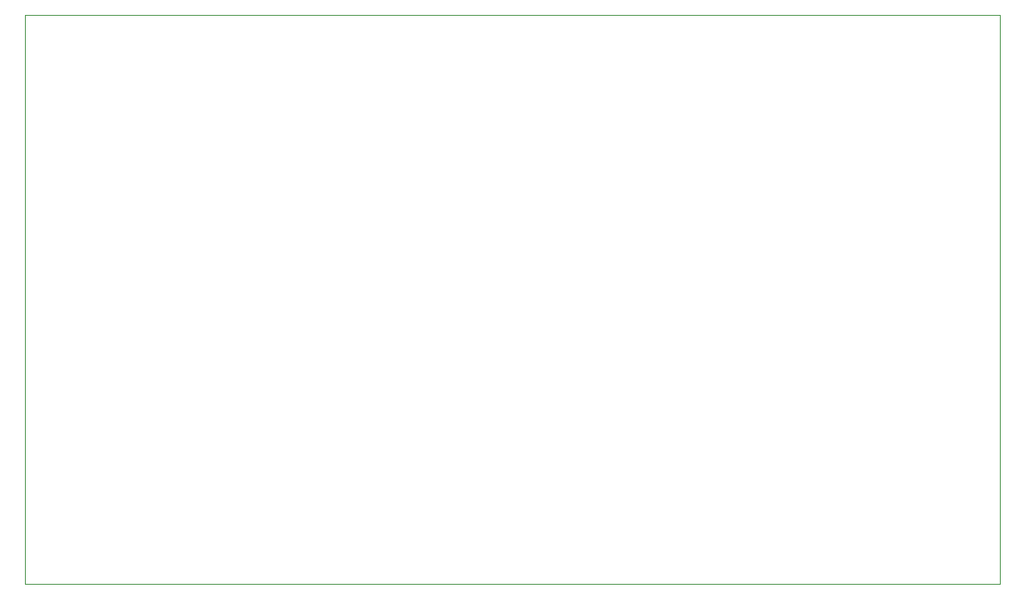
<source format=gbr>
%TF.GenerationSoftware,KiCad,Pcbnew,8.0.9*%
%TF.CreationDate,2025-08-13T21:21:24+02:00*%
%TF.ProjectId,regulateur_tension,72656775-6c61-4746-9575-725f74656e73,rev?*%
%TF.SameCoordinates,Original*%
%TF.FileFunction,Profile,NP*%
%FSLAX46Y46*%
G04 Gerber Fmt 4.6, Leading zero omitted, Abs format (unit mm)*
G04 Created by KiCad (PCBNEW 8.0.9) date 2025-08-13 21:21:24*
%MOMM*%
%LPD*%
G01*
G04 APERTURE LIST*
%TA.AperFunction,Profile*%
%ADD10C,0.050000*%
%TD*%
G04 APERTURE END LIST*
D10*
X35740000Y-36500000D02*
X135000000Y-36500000D01*
X135000000Y-94500000D01*
X35740000Y-94500000D01*
X35740000Y-36500000D01*
M02*

</source>
